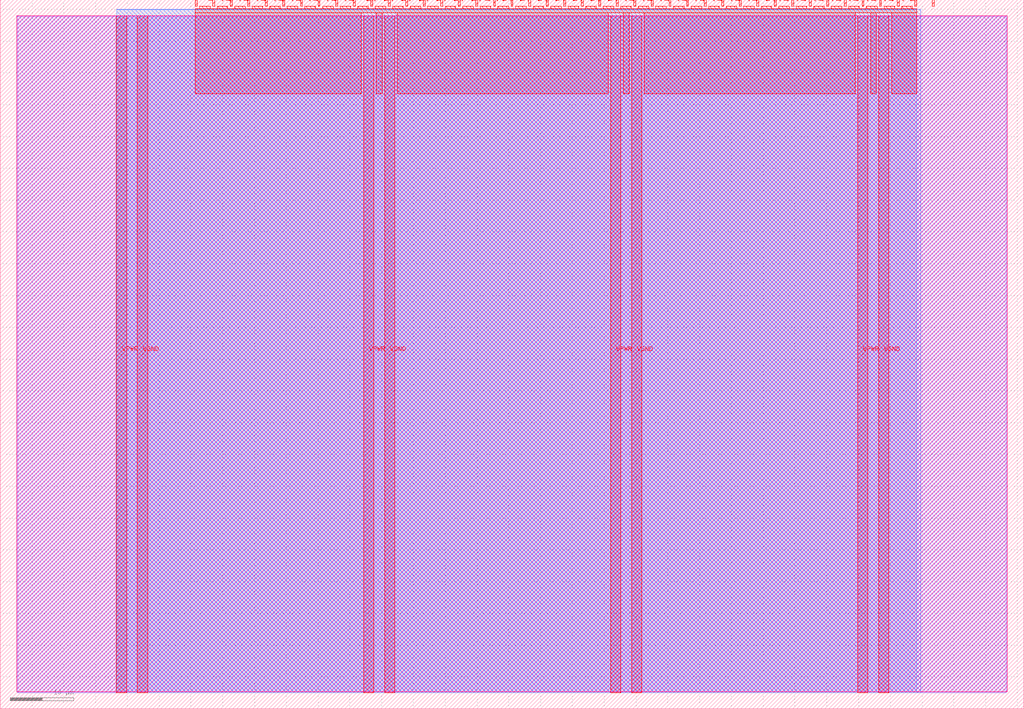
<source format=lef>
VERSION 5.7 ;
  NOWIREEXTENSIONATPIN ON ;
  DIVIDERCHAR "/" ;
  BUSBITCHARS "[]" ;
MACRO tt_um_gxrii_spi_sevenseg
  CLASS BLOCK ;
  FOREIGN tt_um_gxrii_spi_sevenseg ;
  ORIGIN 0.000 0.000 ;
  SIZE 161.000 BY 111.520 ;
  PIN VGND
    DIRECTION INOUT ;
    USE GROUND ;
    PORT
      LAYER met4 ;
        RECT 21.580 2.480 23.180 109.040 ;
    END
    PORT
      LAYER met4 ;
        RECT 60.450 2.480 62.050 109.040 ;
    END
    PORT
      LAYER met4 ;
        RECT 99.320 2.480 100.920 109.040 ;
    END
    PORT
      LAYER met4 ;
        RECT 138.190 2.480 139.790 109.040 ;
    END
  END VGND
  PIN VPWR
    DIRECTION INOUT ;
    USE POWER ;
    PORT
      LAYER met4 ;
        RECT 18.280 2.480 19.880 109.040 ;
    END
    PORT
      LAYER met4 ;
        RECT 57.150 2.480 58.750 109.040 ;
    END
    PORT
      LAYER met4 ;
        RECT 96.020 2.480 97.620 109.040 ;
    END
    PORT
      LAYER met4 ;
        RECT 134.890 2.480 136.490 109.040 ;
    END
  END VPWR
  PIN clk
    DIRECTION INPUT ;
    USE SIGNAL ;
    ANTENNAGATEAREA 0.852000 ;
    PORT
      LAYER met4 ;
        RECT 143.830 110.520 144.130 111.520 ;
    END
  END clk
  PIN ena
    DIRECTION INPUT ;
    USE SIGNAL ;
    PORT
      LAYER met4 ;
        RECT 146.590 110.520 146.890 111.520 ;
    END
  END ena
  PIN rst_n
    DIRECTION INPUT ;
    USE SIGNAL ;
    ANTENNAGATEAREA 0.196500 ;
    PORT
      LAYER met4 ;
        RECT 141.070 110.520 141.370 111.520 ;
    END
  END rst_n
  PIN ui_in[0]
    DIRECTION INPUT ;
    USE SIGNAL ;
    ANTENNAGATEAREA 0.213000 ;
    PORT
      LAYER met4 ;
        RECT 138.310 110.520 138.610 111.520 ;
    END
  END ui_in[0]
  PIN ui_in[1]
    DIRECTION INPUT ;
    USE SIGNAL ;
    ANTENNAGATEAREA 0.196500 ;
    PORT
      LAYER met4 ;
        RECT 135.550 110.520 135.850 111.520 ;
    END
  END ui_in[1]
  PIN ui_in[2]
    DIRECTION INPUT ;
    USE SIGNAL ;
    PORT
      LAYER met4 ;
        RECT 132.790 110.520 133.090 111.520 ;
    END
  END ui_in[2]
  PIN ui_in[3]
    DIRECTION INPUT ;
    USE SIGNAL ;
    PORT
      LAYER met4 ;
        RECT 130.030 110.520 130.330 111.520 ;
    END
  END ui_in[3]
  PIN ui_in[4]
    DIRECTION INPUT ;
    USE SIGNAL ;
    PORT
      LAYER met4 ;
        RECT 127.270 110.520 127.570 111.520 ;
    END
  END ui_in[4]
  PIN ui_in[5]
    DIRECTION INPUT ;
    USE SIGNAL ;
    PORT
      LAYER met4 ;
        RECT 124.510 110.520 124.810 111.520 ;
    END
  END ui_in[5]
  PIN ui_in[6]
    DIRECTION INPUT ;
    USE SIGNAL ;
    PORT
      LAYER met4 ;
        RECT 121.750 110.520 122.050 111.520 ;
    END
  END ui_in[6]
  PIN ui_in[7]
    DIRECTION INPUT ;
    USE SIGNAL ;
    PORT
      LAYER met4 ;
        RECT 118.990 110.520 119.290 111.520 ;
    END
  END ui_in[7]
  PIN uio_in[0]
    DIRECTION INPUT ;
    USE SIGNAL ;
    PORT
      LAYER met4 ;
        RECT 116.230 110.520 116.530 111.520 ;
    END
  END uio_in[0]
  PIN uio_in[1]
    DIRECTION INPUT ;
    USE SIGNAL ;
    PORT
      LAYER met4 ;
        RECT 113.470 110.520 113.770 111.520 ;
    END
  END uio_in[1]
  PIN uio_in[2]
    DIRECTION INPUT ;
    USE SIGNAL ;
    PORT
      LAYER met4 ;
        RECT 110.710 110.520 111.010 111.520 ;
    END
  END uio_in[2]
  PIN uio_in[3]
    DIRECTION INPUT ;
    USE SIGNAL ;
    PORT
      LAYER met4 ;
        RECT 107.950 110.520 108.250 111.520 ;
    END
  END uio_in[3]
  PIN uio_in[4]
    DIRECTION INPUT ;
    USE SIGNAL ;
    PORT
      LAYER met4 ;
        RECT 105.190 110.520 105.490 111.520 ;
    END
  END uio_in[4]
  PIN uio_in[5]
    DIRECTION INPUT ;
    USE SIGNAL ;
    PORT
      LAYER met4 ;
        RECT 102.430 110.520 102.730 111.520 ;
    END
  END uio_in[5]
  PIN uio_in[6]
    DIRECTION INPUT ;
    USE SIGNAL ;
    PORT
      LAYER met4 ;
        RECT 99.670 110.520 99.970 111.520 ;
    END
  END uio_in[6]
  PIN uio_in[7]
    DIRECTION INPUT ;
    USE SIGNAL ;
    PORT
      LAYER met4 ;
        RECT 96.910 110.520 97.210 111.520 ;
    END
  END uio_in[7]
  PIN uio_oe[0]
    DIRECTION OUTPUT ;
    USE SIGNAL ;
    PORT
      LAYER met4 ;
        RECT 49.990 110.520 50.290 111.520 ;
    END
  END uio_oe[0]
  PIN uio_oe[1]
    DIRECTION OUTPUT ;
    USE SIGNAL ;
    PORT
      LAYER met4 ;
        RECT 47.230 110.520 47.530 111.520 ;
    END
  END uio_oe[1]
  PIN uio_oe[2]
    DIRECTION OUTPUT ;
    USE SIGNAL ;
    PORT
      LAYER met4 ;
        RECT 44.470 110.520 44.770 111.520 ;
    END
  END uio_oe[2]
  PIN uio_oe[3]
    DIRECTION OUTPUT ;
    USE SIGNAL ;
    PORT
      LAYER met4 ;
        RECT 41.710 110.520 42.010 111.520 ;
    END
  END uio_oe[3]
  PIN uio_oe[4]
    DIRECTION OUTPUT ;
    USE SIGNAL ;
    PORT
      LAYER met4 ;
        RECT 38.950 110.520 39.250 111.520 ;
    END
  END uio_oe[4]
  PIN uio_oe[5]
    DIRECTION OUTPUT ;
    USE SIGNAL ;
    PORT
      LAYER met4 ;
        RECT 36.190 110.520 36.490 111.520 ;
    END
  END uio_oe[5]
  PIN uio_oe[6]
    DIRECTION OUTPUT ;
    USE SIGNAL ;
    PORT
      LAYER met4 ;
        RECT 33.430 110.520 33.730 111.520 ;
    END
  END uio_oe[6]
  PIN uio_oe[7]
    DIRECTION OUTPUT ;
    USE SIGNAL ;
    PORT
      LAYER met4 ;
        RECT 30.670 110.520 30.970 111.520 ;
    END
  END uio_oe[7]
  PIN uio_out[0]
    DIRECTION OUTPUT ;
    USE SIGNAL ;
    PORT
      LAYER met4 ;
        RECT 72.070 110.520 72.370 111.520 ;
    END
  END uio_out[0]
  PIN uio_out[1]
    DIRECTION OUTPUT ;
    USE SIGNAL ;
    PORT
      LAYER met4 ;
        RECT 69.310 110.520 69.610 111.520 ;
    END
  END uio_out[1]
  PIN uio_out[2]
    DIRECTION OUTPUT ;
    USE SIGNAL ;
    PORT
      LAYER met4 ;
        RECT 66.550 110.520 66.850 111.520 ;
    END
  END uio_out[2]
  PIN uio_out[3]
    DIRECTION OUTPUT ;
    USE SIGNAL ;
    PORT
      LAYER met4 ;
        RECT 63.790 110.520 64.090 111.520 ;
    END
  END uio_out[3]
  PIN uio_out[4]
    DIRECTION OUTPUT ;
    USE SIGNAL ;
    PORT
      LAYER met4 ;
        RECT 61.030 110.520 61.330 111.520 ;
    END
  END uio_out[4]
  PIN uio_out[5]
    DIRECTION OUTPUT ;
    USE SIGNAL ;
    PORT
      LAYER met4 ;
        RECT 58.270 110.520 58.570 111.520 ;
    END
  END uio_out[5]
  PIN uio_out[6]
    DIRECTION OUTPUT ;
    USE SIGNAL ;
    PORT
      LAYER met4 ;
        RECT 55.510 110.520 55.810 111.520 ;
    END
  END uio_out[6]
  PIN uio_out[7]
    DIRECTION OUTPUT ;
    USE SIGNAL ;
    PORT
      LAYER met4 ;
        RECT 52.750 110.520 53.050 111.520 ;
    END
  END uio_out[7]
  PIN uo_out[0]
    DIRECTION OUTPUT ;
    USE SIGNAL ;
    ANTENNAGATEAREA 0.247500 ;
    ANTENNADIFFAREA 0.891000 ;
    PORT
      LAYER met4 ;
        RECT 94.150 110.520 94.450 111.520 ;
    END
  END uo_out[0]
  PIN uo_out[1]
    DIRECTION OUTPUT ;
    USE SIGNAL ;
    ANTENNAGATEAREA 0.247500 ;
    ANTENNADIFFAREA 0.891000 ;
    PORT
      LAYER met4 ;
        RECT 91.390 110.520 91.690 111.520 ;
    END
  END uo_out[1]
  PIN uo_out[2]
    DIRECTION OUTPUT ;
    USE SIGNAL ;
    ANTENNAGATEAREA 0.247500 ;
    ANTENNADIFFAREA 0.891000 ;
    PORT
      LAYER met4 ;
        RECT 88.630 110.520 88.930 111.520 ;
    END
  END uo_out[2]
  PIN uo_out[3]
    DIRECTION OUTPUT ;
    USE SIGNAL ;
    ANTENNAGATEAREA 0.247500 ;
    ANTENNADIFFAREA 0.891000 ;
    PORT
      LAYER met4 ;
        RECT 85.870 110.520 86.170 111.520 ;
    END
  END uo_out[3]
  PIN uo_out[4]
    DIRECTION OUTPUT ;
    USE SIGNAL ;
    ANTENNAGATEAREA 0.247500 ;
    ANTENNADIFFAREA 0.891000 ;
    PORT
      LAYER met4 ;
        RECT 83.110 110.520 83.410 111.520 ;
    END
  END uo_out[4]
  PIN uo_out[5]
    DIRECTION OUTPUT ;
    USE SIGNAL ;
    ANTENNAGATEAREA 0.247500 ;
    ANTENNADIFFAREA 0.891000 ;
    PORT
      LAYER met4 ;
        RECT 80.350 110.520 80.650 111.520 ;
    END
  END uo_out[5]
  PIN uo_out[6]
    DIRECTION OUTPUT ;
    USE SIGNAL ;
    ANTENNAGATEAREA 0.247500 ;
    ANTENNADIFFAREA 0.891000 ;
    PORT
      LAYER met4 ;
        RECT 77.590 110.520 77.890 111.520 ;
    END
  END uo_out[6]
  PIN uo_out[7]
    DIRECTION OUTPUT ;
    USE SIGNAL ;
    ANTENNAGATEAREA 0.247500 ;
    ANTENNADIFFAREA 0.891000 ;
    PORT
      LAYER met4 ;
        RECT 74.830 110.520 75.130 111.520 ;
    END
  END uo_out[7]
  OBS
      LAYER nwell ;
        RECT 2.570 2.635 158.430 108.990 ;
      LAYER li1 ;
        RECT 2.760 2.635 158.240 108.885 ;
      LAYER met1 ;
        RECT 2.760 2.480 158.240 109.040 ;
      LAYER met2 ;
        RECT 18.310 2.535 144.800 110.005 ;
      LAYER met3 ;
        RECT 18.290 2.555 144.170 109.985 ;
      LAYER met4 ;
        RECT 31.370 110.120 33.030 110.520 ;
        RECT 34.130 110.120 35.790 110.520 ;
        RECT 36.890 110.120 38.550 110.520 ;
        RECT 39.650 110.120 41.310 110.520 ;
        RECT 42.410 110.120 44.070 110.520 ;
        RECT 45.170 110.120 46.830 110.520 ;
        RECT 47.930 110.120 49.590 110.520 ;
        RECT 50.690 110.120 52.350 110.520 ;
        RECT 53.450 110.120 55.110 110.520 ;
        RECT 56.210 110.120 57.870 110.520 ;
        RECT 58.970 110.120 60.630 110.520 ;
        RECT 61.730 110.120 63.390 110.520 ;
        RECT 64.490 110.120 66.150 110.520 ;
        RECT 67.250 110.120 68.910 110.520 ;
        RECT 70.010 110.120 71.670 110.520 ;
        RECT 72.770 110.120 74.430 110.520 ;
        RECT 75.530 110.120 77.190 110.520 ;
        RECT 78.290 110.120 79.950 110.520 ;
        RECT 81.050 110.120 82.710 110.520 ;
        RECT 83.810 110.120 85.470 110.520 ;
        RECT 86.570 110.120 88.230 110.520 ;
        RECT 89.330 110.120 90.990 110.520 ;
        RECT 92.090 110.120 93.750 110.520 ;
        RECT 94.850 110.120 96.510 110.520 ;
        RECT 97.610 110.120 99.270 110.520 ;
        RECT 100.370 110.120 102.030 110.520 ;
        RECT 103.130 110.120 104.790 110.520 ;
        RECT 105.890 110.120 107.550 110.520 ;
        RECT 108.650 110.120 110.310 110.520 ;
        RECT 111.410 110.120 113.070 110.520 ;
        RECT 114.170 110.120 115.830 110.520 ;
        RECT 116.930 110.120 118.590 110.520 ;
        RECT 119.690 110.120 121.350 110.520 ;
        RECT 122.450 110.120 124.110 110.520 ;
        RECT 125.210 110.120 126.870 110.520 ;
        RECT 127.970 110.120 129.630 110.520 ;
        RECT 130.730 110.120 132.390 110.520 ;
        RECT 133.490 110.120 135.150 110.520 ;
        RECT 136.250 110.120 137.910 110.520 ;
        RECT 139.010 110.120 140.670 110.520 ;
        RECT 141.770 110.120 143.430 110.520 ;
        RECT 30.655 109.440 144.145 110.120 ;
        RECT 30.655 96.735 56.750 109.440 ;
        RECT 59.150 96.735 60.050 109.440 ;
        RECT 62.450 96.735 95.620 109.440 ;
        RECT 98.020 96.735 98.920 109.440 ;
        RECT 101.320 96.735 134.490 109.440 ;
        RECT 136.890 96.735 137.790 109.440 ;
        RECT 140.190 96.735 144.145 109.440 ;
  END
END tt_um_gxrii_spi_sevenseg
END LIBRARY


</source>
